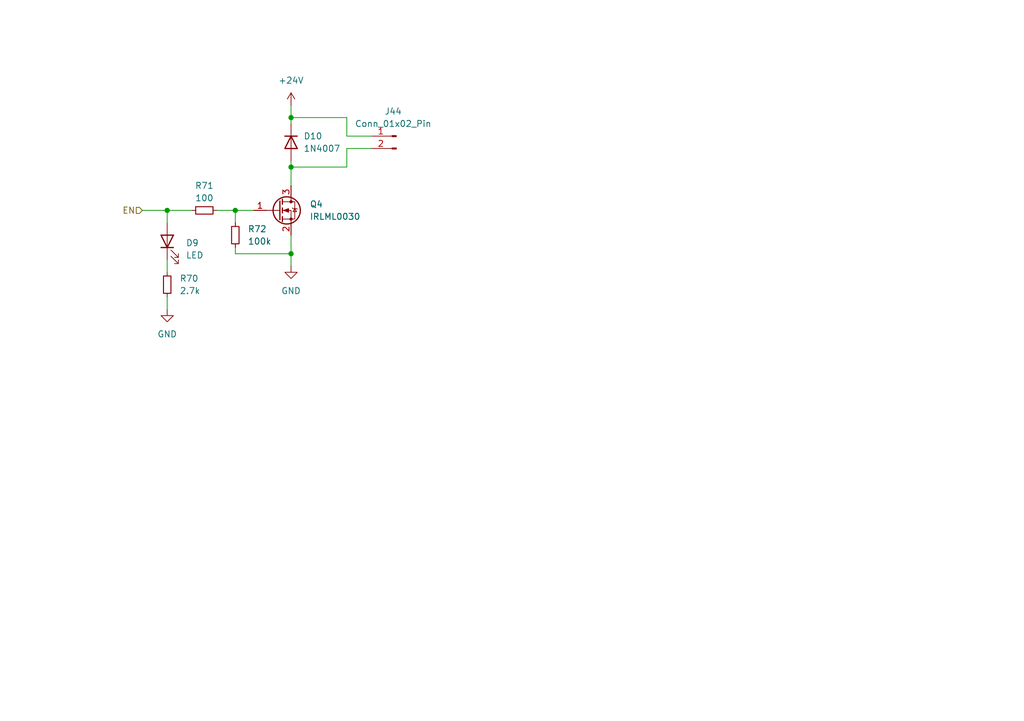
<source format=kicad_sch>
(kicad_sch (version 20250114) (generator "eeschema") (generator_version "9.0")
  (paper "A5")
  (lib_symbols
    (symbol "Connector:Conn_01x02_Pin" (pin_names (offset 1.016) (hide yes))
      (property "Reference" "J" (at 0 2.54 0))
      (property "Value" "Conn_01x02_Pin" (at 0 -5.08 0))
      (symbol "Conn_01x02_Pin_1_1"
        (rectangle (start 0.8636 0.127) (end 0 -0.127) (stroke (width 0.1524)) (fill (type outline)))
        (rectangle (start 0.8636 -2.413) (end 0 -2.667) (stroke (width 0.1524)) (fill (type outline)))
        (polyline (pts (xy 1.27 0) (xy 0.8636 0)) (stroke (width 0.1524)))
        (polyline (pts (xy 1.27 -2.54) (xy 0.8636 -2.54)) (stroke (width 0.1524)))
        (pin passive line (at 5.08 0 180) (length 3.81) (name "Pin_1") (number "1"))
        (pin passive line (at 5.08 -2.54 180) (length 3.81) (name "Pin_2") (number "2"))
      )
    )
    (symbol "Device:LED" (pin_numbers (hide yes)) (pin_names (offset 1.016) (hide yes))
      (property "Reference" "D" (at 0 2.54 0))
      (property "Value" "LED" (at 0 -2.54 0))
      (symbol "LED_0_1"
        (polyline (pts (xy -3.048 -0.762) (xy -4.572 -2.286) (xy -3.81 -2.286) (xy -4.572 -2.286) (xy -4.572 -1.524)))
        (polyline (pts (xy -1.778 -0.762) (xy -3.302 -2.286) (xy -2.54 -2.286) (xy -3.302 -2.286) (xy -3.302 -1.524)))
        (polyline (pts (xy -1.27 0) (xy 1.27 0)))
        (polyline (pts (xy -1.27 -1.27) (xy -1.27 1.27)) (stroke (width 0.254)))
        (polyline (pts (xy 1.27 -1.27) (xy 1.27 1.27) (xy -1.27 0) (xy 1.27 -1.27)) (stroke (width 0.254)))
      )
      (symbol "LED_1_1"
        (pin passive line (at -3.81 0 0) (length 2.54) (name "K") (number "1"))
        (pin passive line (at 3.81 0 180) (length 2.54) (name "A") (number "2"))
      )
    )
    (symbol "Device:R_Small" (pin_numbers (hide yes)) (pin_names (offset 0.254) (hide yes))
      (property "Reference" "R" (at 0.762 0.508 0))
      (property "Value" "R_Small" (at 0.762 -1.016 0))
      (symbol "R_Small_0_1"
        (rectangle (start -0.762 1.778) (end 0.762 -1.778) (stroke (width 0.2032)))
      )
      (symbol "R_Small_1_1"
        (pin passive line (at 0 2.54 270) (length 0.762) (name "~") (number "1"))
        (pin passive line (at 0 -2.54 90) (length 0.762) (name "~") (number "2"))
      )
    )
    (symbol "Diode:1N4007" (pin_numbers (hide yes)) (pin_names (hide yes))
      (property "Reference" "D" (at 0 2.54 0))
      (property "Value" "1N4007" (at 0 -2.54 0))
      (symbol "1N4007_0_1"
        (polyline (pts (xy -1.27 1.27) (xy -1.27 -1.27)) (stroke (width 0.254)))
        (polyline (pts (xy 1.27 1.27) (xy 1.27 -1.27) (xy -1.27 0) (xy 1.27 1.27)) (stroke (width 0.254)))
        (polyline (pts (xy 1.27 0) (xy -1.27 0)))
      )
      (symbol "1N4007_1_1"
        (pin passive line (at -3.81 0 0) (length 2.54) (name "K") (number "1"))
        (pin passive line (at 3.81 0 180) (length 2.54) (name "A") (number "2"))
      )
    )
    (symbol "Transistor_FET:IRLML0030" (pin_names (hide yes))
      (property "Reference" "Q" (at 5.08 1.905 0))
      (property "Value" "IRLML0030" (at 5.08 0 0))
      (symbol "IRLML0030_0_1"
        (polyline (pts (xy 0.254 1.905) (xy 0.254 -1.905)) (stroke (width 0.254)))
        (polyline (pts (xy 0.254 0) (xy -2.54 0)))
        (polyline (pts (xy 0.762 2.286) (xy 0.762 1.27)) (stroke (width 0.254)))
        (polyline (pts (xy 0.762 0.508) (xy 0.762 -0.508)) (stroke (width 0.254)))
        (polyline (pts (xy 0.762 -1.27) (xy 0.762 -2.286)) (stroke (width 0.254)))
        (polyline (pts (xy 0.762 -1.778) (xy 3.302 -1.778) (xy 3.302 1.778) (xy 0.762 1.778)))
        (polyline (pts (xy 1.016 0) (xy 2.032 0.381) (xy 2.032 -0.381) (xy 1.016 0)) (fill (type outline)))
        (circle (center 1.651 0) (radius 2.794) (stroke (width 0.254)))
        (polyline (pts (xy 2.54 2.54) (xy 2.54 1.778)))
        (circle (center 2.54 1.778) (radius 0.254) (fill (type outline)))
        (circle (center 2.54 -1.778) (radius 0.254) (fill (type outline)))
        (polyline (pts (xy 2.54 -2.54) (xy 2.54 0) (xy 0.762 0)))
        (polyline (pts (xy 2.794 0.508) (xy 2.921 0.381) (xy 3.683 0.381) (xy 3.81 0.254)))
        (polyline (pts (xy 3.302 0.381) (xy 2.921 -0.254) (xy 3.683 -0.254) (xy 3.302 0.381)))
      )
      (symbol "IRLML0030_1_1"
        (pin input line (at -5.08 0 0) (length 2.54) (name "G") (number "1"))
        (pin passive line (at 2.54 5.08 270) (length 2.54) (name "D") (number "3"))
        (pin passive line (at 2.54 -5.08 90) (length 2.54) (name "S") (number "2"))
      )
    )
    (symbol "power:+24V" (power) (pin_numbers (hide yes)) (pin_names (offset 0) (hide yes))
      (property "Value" "+24V" (at 0 3.556 0))
      (symbol "+24V_0_1"
        (polyline (pts (xy -0.762 1.27) (xy 0 2.54)))
        (polyline (pts (xy 0 2.54) (xy 0.762 1.27)))
        (polyline (pts (xy 0 0) (xy 0 2.54)))
      )
      (symbol "+24V_1_1"
        (pin power_in line (at 0 0 90) (length 0) (name "~") (number "1"))
      )
    )
    (symbol "power:GND" (power) (pin_numbers (hide yes)) (pin_names (offset 0) (hide yes))
      (property "Value" "GND" (at 0 -3.81 0))
      (symbol "GND_0_1"
        (polyline (pts (xy 0 0) (xy 0 -1.27) (xy 1.27 -1.27) (xy 0 -2.54) (xy -1.27 -1.27) (xy 0 -1.27)))
      )
      (symbol "GND_1_1"
        (pin power_in line (at 0 0 270) (length 0) (name "~") (number "1"))
      )
    )
  )
  (junction (at 59.69 52.07))
  (junction (at 48.26 43.18))
  (junction (at 34.29 43.18))
  (junction (at 59.69 24.13))
  (junction (at 59.69 34.29))
  (wire (pts (xy 59.69 21.59) (xy 59.69 24.13)))
  (wire (pts (xy 34.29 60.96) (xy 34.29 63.5)))
  (wire (pts (xy 59.69 52.07) (xy 59.69 54.61)))
  (wire (pts (xy 29.21 43.18) (xy 34.29 43.18)))
  (wire (pts (xy 59.69 34.29) (xy 59.69 38.1)))
  (wire (pts (xy 48.26 43.18) (xy 52.07 43.18)))
  (wire (pts (xy 59.69 48.26) (xy 59.69 52.07)))
  (wire (pts (xy 48.26 52.07) (xy 59.69 52.07)))
  (wire (pts (xy 34.29 53.34) (xy 34.29 55.88)))
  (wire (pts (xy 76.2 27.94) (xy 71.12 27.94)))
  (wire (pts (xy 59.69 34.29) (xy 71.12 34.29)))
  (wire (pts (xy 48.26 43.18) (xy 48.26 45.72)))
  (wire (pts (xy 71.12 34.29) (xy 71.12 30.48)))
  (wire (pts (xy 48.26 50.8) (xy 48.26 52.07)))
  (wire (pts (xy 34.29 43.18) (xy 39.37 43.18)))
  (wire (pts (xy 44.45 43.18) (xy 48.26 43.18)))
  (wire (pts (xy 34.29 43.18) (xy 34.29 45.72)))
  (wire (pts (xy 59.69 33.02) (xy 59.69 34.29)))
  (wire (pts (xy 59.69 24.13) (xy 59.69 25.4)))
  (wire (pts (xy 71.12 27.94) (xy 71.12 24.13)))
  (wire (pts (xy 71.12 24.13) (xy 59.69 24.13)))
  (wire (pts (xy 71.12 30.48) (xy 76.2 30.48)))
  (hierarchical_label "EN" (shape input) (at 29.21 43.18 180))
  (symbol (lib_id "Device:R_Small") (at 48.26 48.26 0) (unit 1)
    (property "Reference" "R66" (at 50.8 46.99 0) (effects (justify left)))
    (property "Value" "100k" (at 50.8 49.53 0) (effects (justify left)))
    (property "Footprint" "Resistor_SMD:R_0603_1608Metric" (effects (hide yes)))
    (property "Description" "Resistor, small symbol" (effects (hide yes)))
    (instances (project "turtleboard" (path "" (reference "R72") (unit 1)) (path "" (reference "R66") (unit 1))))
  )
  (symbol (lib_id "Device:R_Small") (at 34.29 58.42 180) (unit 1)
    (property "Reference" "R64" (at 36.83 57.1499 0) (effects (justify right)))
    (property "Value" "2.7k" (at 36.83 59.6899 0) (effects (justify right)))
    (property "Footprint" "Resistor_SMD:R_0603_1608Metric" (effects (hide yes)))
    (property "Description" "Resistor, small symbol" (effects (hide yes)))
    (instances (project "turtleboard" (path "" (reference "R70") (unit 1)) (path "" (reference "R64") (unit 1))))
  )
  (symbol (lib_id "power:+24V") (at 59.69 21.59 0) (unit 1)
    (property "Reference" "#PWR0197" (effects (hide yes)))
    (property "Value" "+24V" (at 59.69 16.51 0))
    (property "Description" "Power symbol creates a global label with name \"+24V\"" (effects (hide yes)))
    (instances (project "" (path "" (reference "#PWR0198") (unit 1)) (path "" (reference "#PWR0197") (unit 1))))
  )
  (symbol (lib_id "Device:LED") (at 34.29 49.53 90) (unit 1)
    (property "Reference" "D6" (at 38.1 49.8475 90) (effects (justify right)))
    (property "Value" "LED" (at 38.1 52.3875 90) (effects (justify right)))
    (property "Footprint" "LED_SMD:LED_0603_1608Metric" (effects (hide yes)))
    (property "Description" "Light emitting diode" (effects (hide yes)))
    (instances (project "turtleboard" (path "" (reference "D9") (unit 1)) (path "" (reference "D6") (unit 1))))
  )
  (symbol (lib_id "power:GND") (at 59.69 54.61 0) (unit 1)
    (property "Reference" "#PWR0209" (effects (hide yes)))
    (property "Value" "GND" (at 59.69 59.69 0))
    (property "Description" "Power symbol creates a global label with name \"GND\" , ground" (effects (hide yes)))
    (instances (project "turtleboard" (path "" (reference "#PWR0216") (unit 1)) (path "" (reference "#PWR0209") (unit 1))))
  )
  (symbol (lib_id "Transistor_FET:IRLML0030") (at 57.15 43.18 0) (unit 1)
    (property "Reference" "Q2" (at 63.5 41.91 0) (effects (justify left)))
    (property "Value" "IRLML0030" (at 63.5 44.45 0) (effects (justify left)))
    (property "Footprint" "Package_TO_SOT_SMD:SOT-23" (effects (hide yes)))
    (property "Datasheet" "https://www.infineon.com/dgdl/irlml0030pbf.pdf?fileId=5546d462533600a401535664773825df" (effects (hide yes)))
    (property "Description" "5.3A Id, 30V Vds, 27mOhm Rds, N-Channel HEXFET Power MOSFET, SOT-23" (effects (hide yes)))
    (instances (project "turtleboard" (path "" (reference "Q4") (unit 1)) (path "" (reference "Q2") (unit 1))))
  )
  (symbol (lib_id "power:GND") (at 34.29 63.5 0) (unit 1)
    (property "Reference" "#PWR0206" (effects (hide yes)))
    (property "Value" "GND" (at 34.29 68.58 0))
    (property "Description" "Power symbol creates a global label with name \"GND\" , ground" (effects (hide yes)))
    (instances (project "turtleboard" (path "" (reference "#PWR0213") (unit 1)) (path "" (reference "#PWR0206") (unit 1))))
  )
  (symbol (lib_id "Device:R_Small") (at 41.91 43.18 90) (unit 1)
    (property "Reference" "R65" (at 41.91 38.1 90))
    (property "Value" "100" (at 41.91 40.64 90))
    (property "Footprint" "Resistor_SMD:R_0603_1608Metric" (effects (hide yes)))
    (property "Description" "Resistor, small symbol" (effects (hide yes)))
    (instances (project "turtleboard" (path "" (reference "R71") (unit 1)) (path "" (reference "R65") (unit 1))))
  )
  (symbol (lib_id "Diode:1N4007") (at 59.69 29.21 270) (unit 1)
    (property "Reference" "D7" (at 62.23 27.94 90) (effects (justify left)))
    (property "Value" "1N4007" (at 62.23 30.48 90) (effects (justify left)))
    (property "Footprint" "Diode_SMD:D_SOD-123" (effects (hide yes)))
    (property "Datasheet" "http://www.vishay.com/docs/88503/1n4001.pdf" (effects (hide yes)))
    (property "Description" "1000V 1A General Purpose Rectifier Diode, DO-41" (effects (hide yes)))
    (property "Sim.Device" "D" (effects (hide yes)))
    (property "Sim.Pins" "1=K 2=A" (effects (hide yes)))
    (instances (project "turtleboard" (path "" (reference "D10") (unit 1)) (path "" (reference "D7") (unit 1))))
  )
  (symbol (lib_id "Connector:Conn_01x02_Pin") (at 81.28 27.94 0) (mirror y) (unit 1)
    (property "Reference" "J41" (at 80.645 22.86 0))
    (property "Value" "Conn_01x02_Pin" (at 80.645 25.4 0))
    (property "Footprint" "Connector_JST:JST_XH_B2B-XH-A_1x02_P2.50mm_Vertical" (effects (hide yes)))
    (property "Description" "Generic connector, single row, 01x02, script generated" (effects (hide yes)))
    (instances (project "turtleboard" (path "" (reference "J44") (unit 1)) (path "" (reference "J41") (unit 1))))
  )
)
</source>
